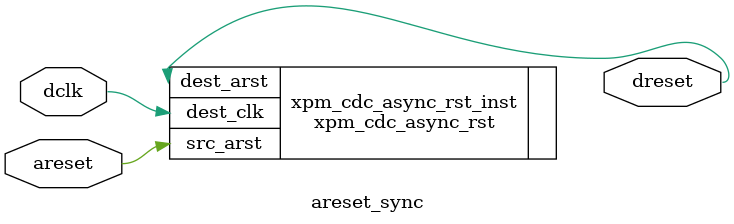
<source format=sv>
`default_nettype none

module areset_sync(
	input wire areset,
	input wire dclk,
	output wire dreset
);



// XPM_CDC instantiation template for Asynchronous Reset Synchronizer configurations
// Refer to the targeted device family architecture libraries guide for XPM_CDC documentation
// =======================================================================================================================

// Parameter usage table, organized as follows:
// +---------------------------------------------------------------------------------------------------------------------+
// | Parameter name       | Data type          | Restrictions, if applicable                                             |
// |---------------------------------------------------------------------------------------------------------------------|
// | Description                                                                                                         |
// +---------------------------------------------------------------------------------------------------------------------+
// +---------------------------------------------------------------------------------------------------------------------+
// | DEST_SYNC_FF         | Integer            | Range: 2 - 10. Default value = 4.                                       |
// |---------------------------------------------------------------------------------------------------------------------|
// | Number of register stages used to synchronize signal in the destination clock domain.                               |
// | This parameter also determines the minimum width of the asserted reset signal.                                      |
// +---------------------------------------------------------------------------------------------------------------------+
// | INIT_SYNC_FF         | Integer            | Allowed values: 0, 1. Default value = 0.                                |
// |---------------------------------------------------------------------------------------------------------------------|
// | 0- Disable behavioral simulation initialization value(s) on synchronization registers.                              |
// | 1- Enable behavioral simulation initialization value(s) on synchronization registers.                               |
// +---------------------------------------------------------------------------------------------------------------------+
// | RST_ACTIVE_HIGH      | Integer            | Allowed values: 0, 1. Default value = 0.                                |
// |---------------------------------------------------------------------------------------------------------------------|
// | Defines the polarity of the asynchronous reset signal.                                                              |
// |                                                                                                                     |
// |   0- Active low asynchronous reset signal                                                                           |
// |   1- Active high asynchronous reset signal                                                                          |
// +---------------------------------------------------------------------------------------------------------------------+

// Port usage table, organized as follows:
// +---------------------------------------------------------------------------------------------------------------------+
// | Port name      | Direction | Size, in bits                         | Domain  | Sense       | Handling if unused     |
// |---------------------------------------------------------------------------------------------------------------------|
// | Description                                                                                                         |
// +---------------------------------------------------------------------------------------------------------------------+
// +---------------------------------------------------------------------------------------------------------------------+
// | dest_arst      | Output    | 1                                     | dest_clk| NA          | Required               |
// |---------------------------------------------------------------------------------------------------------------------|
// | src_arst asynchronous reset signal synchronized to destination clock domain. This output is registered.             |
// | NOTE: Signal asserts asynchronously but deasserts synchronously to dest_clk. Width of the reset signal is at least  |
// | (DEST_SYNC_FF*dest_clk) period.                                                                                     |
// +---------------------------------------------------------------------------------------------------------------------+
// | dest_clk       | Input     | 1                                     | NA      | Rising edge | Required               |
// |---------------------------------------------------------------------------------------------------------------------|
// | Destination clock.                                                                                                  |
// +---------------------------------------------------------------------------------------------------------------------+
// | src_arst       | Input     | 1                                     | NA      | NA          | Required               |
// |---------------------------------------------------------------------------------------------------------------------|
// | Source asynchronous reset signal.                                                                                   |
// +---------------------------------------------------------------------------------------------------------------------+


// xpm_cdc_async_rst : In order to incorporate this function into the design,
//      Verilog      : the following instance declaration needs to be placed
//     instance      : in the body of the design code.  The instance name
//    declaration    : (xpm_cdc_async_rst_inst) and/or the port declarations within the
//       code        : parenthesis may be changed to properly reference and
//                   : connect this function to the design.  All inputs
//                   : and outputs must be connected.

//  Please reference the appropriate libraries guide for additional information on the XPM modules.

//  <-----Cut code below this line---->

   // xpm_cdc_async_rst: Asynchronous Reset Synchronizer
   // Xilinx Parameterized Macro, version 2019.1

   xpm_cdc_async_rst #(
      .DEST_SYNC_FF(2),    // DECIMAL; range: 2-10
      .INIT_SYNC_FF(0),    // DECIMAL; 0=disable simulation init values, 1=enable simulation init values
      .RST_ACTIVE_HIGH(1)  // DECIMAL; 0=active low reset, 1=active high reset
   )
   xpm_cdc_async_rst_inst (
      .dest_arst(dreset), // 1-bit output: src_arst asynchronous reset signal synchronized to destination
                             // clock domain. This output is registered. NOTE: Signal asserts asynchronously
                             // but deasserts synchronously to dest_clk. Width of the reset signal is at least
                             // (DEST_SYNC_FF*dest_clk) period.

      .dest_clk(dclk),   // 1-bit input: Destination clock.
      .src_arst(areset)    // 1-bit input: Source asynchronous reset signal.
   );

   // End of xpm_cdc_async_rst_inst instantiation


endmodule

`default_nettype wire

</source>
